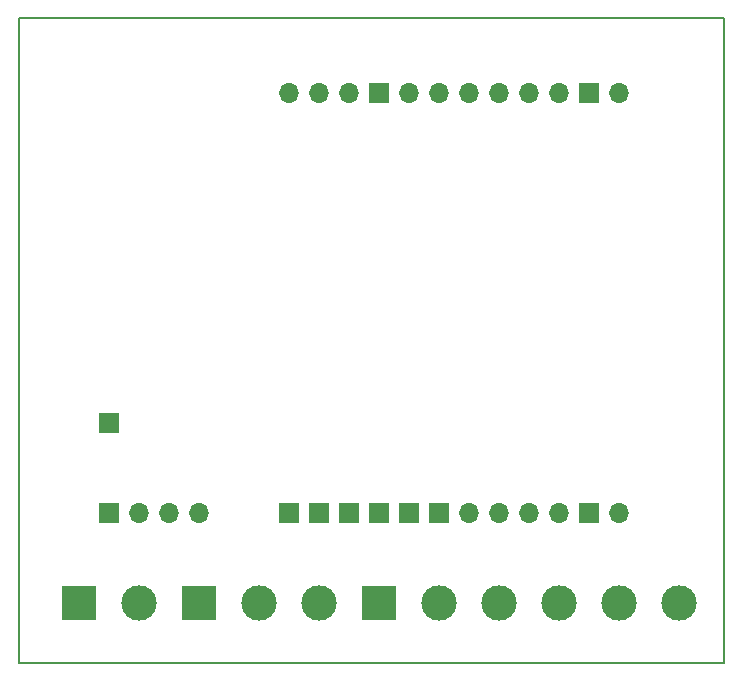
<source format=gtl>
G04 #@! TF.GenerationSoftware,KiCad,Pcbnew,5.1.2-f72e74a~84~ubuntu18.04.1*
G04 #@! TF.CreationDate,2019-06-23T16:24:24+02:00*
G04 #@! TF.ProjectId,TMC262_mount,544d4332-3632-45f6-9d6f-756e742e6b69,rev?*
G04 #@! TF.SameCoordinates,PX4ea49dfPY449d5dd*
G04 #@! TF.FileFunction,Copper,L1,Top*
G04 #@! TF.FilePolarity,Positive*
%FSLAX46Y46*%
G04 Gerber Fmt 4.6, Leading zero omitted, Abs format (unit mm)*
G04 Created by KiCad (PCBNEW 5.1.2-f72e74a~84~ubuntu18.04.1) date 2019-06-23 16:24:24*
%MOMM*%
%LPD*%
G04 APERTURE LIST*
%ADD10C,0.200000*%
%ADD11R,1.700000X1.700000*%
%ADD12O,1.700000X1.700000*%
%ADD13C,3.000000*%
%ADD14R,3.000000X3.000000*%
G04 APERTURE END LIST*
D10*
X-59690000Y54610000D02*
X-59690000Y0D01*
X0Y54610000D02*
X-59690000Y54610000D01*
X0Y0D02*
X0Y54610000D01*
X-59690000Y0D02*
X0Y0D01*
D11*
X-26669999Y12700041D03*
X-31749999Y12700041D03*
X-34289999Y12700041D03*
X-36829999Y12700041D03*
X-52069999Y20320041D03*
X-52069999Y12700041D03*
D12*
X-49529999Y12700041D03*
X-46989999Y12700041D03*
X-44449999Y12700041D03*
D13*
X-24130099Y5080041D03*
X-19050099Y5080041D03*
D14*
X-29210099Y5080041D03*
D13*
X-13970099Y5080041D03*
X-8890099Y5080041D03*
X-3810099Y5080041D03*
D14*
X-44449999Y5080041D03*
D13*
X-39369999Y5080041D03*
X-34289999Y5080041D03*
D14*
X-54609999Y5080041D03*
D13*
X-49529999Y5080041D03*
D12*
X-19049999Y48260041D03*
X-21589999Y48260041D03*
X-24129999Y48260041D03*
X-26669999Y48260041D03*
X-13969999Y48260041D03*
X-16509999Y48260041D03*
X-36829999Y48260041D03*
X-34289999Y48260041D03*
X-31749999Y48260041D03*
D11*
X-29209999Y48260041D03*
X-29209999Y12700041D03*
X-24129999Y12700041D03*
D12*
X-16509999Y12700041D03*
X-13969999Y12700041D03*
X-19049999Y12700041D03*
X-21589999Y12700041D03*
X-8889999Y48260041D03*
D11*
X-11429999Y48260041D03*
X-11429999Y12700041D03*
D12*
X-8889999Y12700041D03*
M02*

</source>
